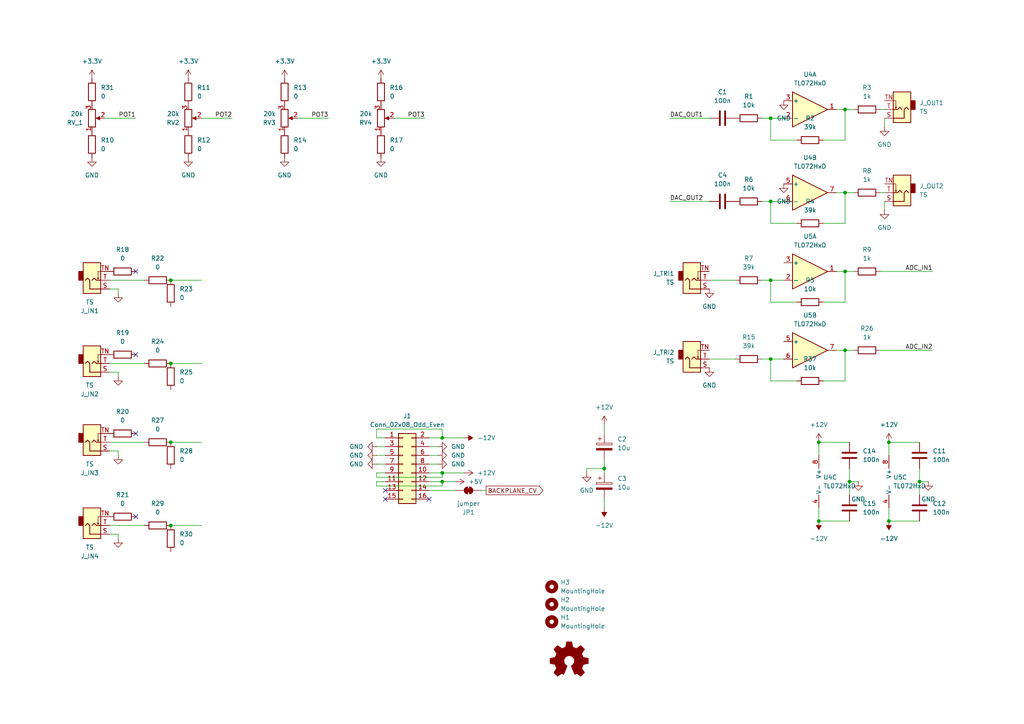
<source format=kicad_sch>
(kicad_sch (version 20250114) (generator "eeschema") (generator_version "9.0")
  (paper "A4")
  (title_block (title "12HP development board") (company "Jonas Norling"))
  (lib_symbols
    (symbol "Amplifier_Operational:TL072" (pin_names (offset 0.127))
      (property "Reference" "U" (at 0 5.08 0))
      (property "Value" "TL072" (at 0 -5.08 0))
      (symbol "TL072_1_1"
        (pin input line (at -7.62 2.54 0) (length 2.54) (name "+") (number "3"))
        (pin input line (at -7.62 -2.54 0) (length 2.54) (name "-") (number "2"))
        (pin output line (at 7.62 0 180) (length 2.54) (name "~") (number "1"))
      )
      (symbol "TL072_2_1"
        (pin input line (at -7.62 2.54 0) (length 2.54) (name "+") (number "5"))
        (pin input line (at -7.62 -2.54 0) (length 2.54) (name "-") (number "6"))
        (pin output line (at 7.62 0 180) (length 2.54) (name "~") (number "7"))
      )
      (symbol "TL072_3_1"
        (pin power_in line (at -2.54 7.62 270) (length 3.81) (name "V+") (number "8"))
        (pin power_in line (at -2.54 -7.62 90) (length 3.81) (name "V-") (number "4"))
      )
    )
    (symbol "Connector_Audio:AudioJack2_SwitchT"
      (property "Reference" "J" (at 0 8.89 0))
      (property "Value" "AudioJack2_SwitchT" (at 0 6.35 0))
      (symbol "AudioJack2_SwitchT_1_1"
        (pin passive line (at 5.08 2.54 180) (length 2.54) (name "~") (number "S"))
        (pin passive line (at 5.08 0 180) (length 2.54) (name "~") (number "T"))
        (pin passive line (at 5.08 -2.54 180) (length 2.54) (name "~") (number "TN"))
      )
    )
    (symbol "Connector_Generic:Conn_02x08_Odd_Even" (pin_names (offset 1.016) (hide yes))
      (property "Reference" "J" (at 1.27 10.16 0))
      (property "Value" "Conn_02x08_Odd_Even" (at 1.27 -12.7 0))
      (symbol "Conn_02x08_Odd_Even_1_1"
        (pin passive line (at -5.08 7.62 0) (length 3.81) (name "Pin_1") (number "1"))
        (pin passive line (at -5.08 5.08 0) (length 3.81) (name "Pin_3") (number "3"))
        (pin passive line (at -5.08 2.54 0) (length 3.81) (name "Pin_5") (number "5"))
        (pin passive line (at -5.08 0 0) (length 3.81) (name "Pin_7") (number "7"))
        (pin passive line (at -5.08 -2.54 0) (length 3.81) (name "Pin_9") (number "9"))
        (pin passive line (at -5.08 -5.08 0) (length 3.81) (name "Pin_11") (number "11"))
        (pin passive line (at -5.08 -7.62 0) (length 3.81) (name "Pin_13") (number "13"))
        (pin passive line (at -5.08 -10.16 0) (length 3.81) (name "Pin_15") (number "15"))
        (pin passive line (at 7.62 7.62 180) (length 3.81) (name "Pin_2") (number "2"))
        (pin passive line (at 7.62 5.08 180) (length 3.81) (name "Pin_4") (number "4"))
        (pin passive line (at 7.62 2.54 180) (length 3.81) (name "Pin_6") (number "6"))
        (pin passive line (at 7.62 0 180) (length 3.81) (name "Pin_8") (number "8"))
        (pin passive line (at 7.62 -2.54 180) (length 3.81) (name "Pin_10") (number "10"))
        (pin passive line (at 7.62 -5.08 180) (length 3.81) (name "Pin_12") (number "12"))
        (pin passive line (at 7.62 -7.62 180) (length 3.81) (name "Pin_14") (number "14"))
        (pin passive line (at 7.62 -10.16 180) (length 3.81) (name "Pin_16") (number "16"))
      )
    )
    (symbol "Device:C" (pin_numbers (hide yes)) (pin_names (offset 0.254))
      (property "Reference" "C" (at 0.635 2.54 0))
      (property "Value" "C" (at 0.635 -2.54 0))
      (symbol "C_1_1"
        (pin passive line (at 0 3.81 270) (length 2.794) (name "~") (number "1"))
        (pin passive line (at 0 -3.81 90) (length 2.794) (name "~") (number "2"))
      )
    )
    (symbol "Device:C_Polarized" (pin_numbers (hide yes)) (pin_names (offset 0.254))
      (property "Reference" "C" (at 0.635 2.54 0))
      (property "Value" "C_Polarized" (at 0.635 -2.54 0))
      (symbol "C_Polarized_1_1"
        (pin passive line (at 0 3.81 270) (length 2.794) (name "~") (number "1"))
        (pin passive line (at 0 -3.81 90) (length 2.794) (name "~") (number "2"))
      )
    )
    (symbol "Device:R" (pin_numbers (hide yes)) (pin_names (offset 0))
      (property "Reference" "R" (at 2.032 0 90))
      (property "Value" "R" (at 0 0 90))
      (symbol "R_1_1"
        (pin passive line (at 0 3.81 270) (length 1.27) (name "~") (number "1"))
        (pin passive line (at 0 -3.81 90) (length 1.27) (name "~") (number "2"))
      )
    )
    (symbol "Device:R_Potentiometer" (pin_names (offset 1.016) (hide yes))
      (property "Reference" "RV" (at -4.445 0 90))
      (property "Value" "R_Potentiometer" (at -2.54 0 90))
      (symbol "R_Potentiometer_1_1"
        (pin passive line (at 0 3.81 270) (length 1.27) (name "1") (number "1"))
        (pin passive line (at 0 -3.81 90) (length 1.27) (name "3") (number "3"))
        (pin passive line (at 3.81 0 180) (length 1.27) (name "2") (number "2"))
      )
    )
    (symbol "Graphic:Logo_Open_Hardware_Small" (in_bom no) (on_board no))
    (symbol "Jumper:SolderJumper_2_Bridged" (pin_numbers (hide yes)) (pin_names (offset 0) (hide yes)) (in_bom no)
      (property "Reference" "JP" (at 0 2.032 0))
      (property "Value" "SolderJumper_2_Bridged" (at 0 -2.54 0))
      (symbol "SolderJumper_2_Bridged_1_1"
        (pin passive line (at -3.81 0 0) (length 2.54) (name "A") (number "1"))
        (pin passive line (at 3.81 0 180) (length 2.54) (name "B") (number "2"))
      )
    )
    (symbol "Mechanical:MountingHole" (pin_names (offset 1.016)) (in_bom no)
      (property "Reference" "H" (at 0 5.08 0))
      (property "Value" "MountingHole" (at 0 3.175 0))
    )
    (symbol "power:+12V" (power) (pin_numbers (hide yes)) (pin_names (offset 0) (hide yes))
      (property "Value" "+12V" (at 0 3.556 0))
      (symbol "+12V_1_1"
        (pin power_in line (at 0 0 90) (length 0) (name "~") (number "1"))
      )
    )
    (symbol "power:+3.3V" (power) (pin_numbers (hide yes)) (pin_names (offset 0) (hide yes))
      (property "Value" "+3.3V" (at 0 3.556 0))
      (symbol "+3.3V_1_1"
        (pin power_in line (at 0 0 90) (length 0) (name "~") (number "1"))
      )
    )
    (symbol "power:+5V" (power) (pin_numbers (hide yes)) (pin_names (offset 0) (hide yes))
      (property "Value" "+5V" (at 0 3.556 0))
      (symbol "+5V_1_1"
        (pin power_in line (at 0 0 90) (length 0) (name "~") (number "1"))
      )
    )
    (symbol "power:-12V" (power) (pin_numbers (hide yes)) (pin_names (offset 0) (hide yes))
      (property "Value" "-12V" (at 0 3.556 0))
      (symbol "-12V_0_0"
        (pin power_in line (at 0 0 90) (length 0) (name "~") (number "1"))
      )
    )
    (symbol "power:GND" (power) (pin_numbers (hide yes)) (pin_names (offset 0) (hide yes))
      (property "Value" "GND" (at 0 -3.81 0))
      (symbol "GND_1_1"
        (pin power_in line (at 0 0 270) (length 0) (name "~") (number "1"))
      )
    )
  )
  (junction (at 49.53 81.28))
  (junction (at 49.53 128.27))
  (junction (at 266.7 139.7))
  (junction (at 246.38 139.7))
  (junction (at 49.53 105.41))
  (junction (at 128.27 127))
  (junction (at 245.11 78.74))
  (junction (at 245.11 31.75))
  (junction (at 49.53 152.4))
  (junction (at 175.26 135.89))
  (junction (at 128.27 137.16))
  (junction (at 257.81 128.27))
  (junction (at 223.52 58.42))
  (junction (at 257.81 151.13))
  (junction (at 245.11 101.6))
  (junction (at 128.27 139.7))
  (junction (at 245.11 55.88))
  (junction (at 223.52 81.28))
  (junction (at 223.52 104.14))
  (junction (at 237.49 151.13))
  (junction (at 223.52 34.29))
  (junction (at 237.49 128.27))
  (no_connect (at 39.37 149.86))
  (no_connect (at 111.76 144.78))
  (no_connect (at 111.76 142.24))
  (no_connect (at 39.37 102.87))
  (no_connect (at 124.46 144.78))
  (no_connect (at 39.37 78.74))
  (no_connect (at 39.37 125.73))
  (wire (pts (xy 238.76 64.77) (xy 245.11 64.77)))
  (wire (pts (xy 242.57 78.74) (xy 245.11 78.74)))
  (wire (pts (xy 111.76 132.08) (xy 109.22 132.08)))
  (wire (pts (xy 49.53 81.28) (xy 58.42 81.28)))
  (wire (pts (xy 242.57 101.6) (xy 245.11 101.6)))
  (wire (pts (xy 238.76 87.63) (xy 245.11 87.63)))
  (wire (pts (xy 111.76 134.62) (xy 109.22 134.62)))
  (wire (pts (xy 246.38 139.7) (xy 248.92 139.7)))
  (wire (pts (xy 255.27 101.6) (xy 270.51 101.6)))
  (wire (pts (xy 34.29 83.82) (xy 34.29 85.09)))
  (wire (pts (xy 31.75 105.41) (xy 41.91 105.41)))
  (wire (pts (xy 255.27 55.88) (xy 256.54 55.88)))
  (wire (pts (xy 231.14 64.77) (xy 223.52 64.77)))
  (wire (pts (xy 124.46 142.24) (xy 132.08 142.24)))
  (wire (pts (xy 124.46 139.7) (xy 128.27 139.7)))
  (wire (pts (xy 31.75 130.81) (xy 34.29 130.81)))
  (wire (pts (xy 34.29 154.94) (xy 34.29 156.21)))
  (wire (pts (xy 31.75 152.4) (xy 41.91 152.4)))
  (wire (pts (xy 223.52 87.63) (xy 223.52 81.28)))
  (wire (pts (xy 31.75 83.82) (xy 34.29 83.82)))
  (wire (pts (xy 175.26 123.19) (xy 175.26 125.73)))
  (wire (pts (xy 124.46 134.62) (xy 127 134.62)))
  (wire (pts (xy 109.22 140.97) (xy 128.27 140.97)))
  (wire (pts (xy 128.27 124.46) (xy 128.27 127)))
  (wire (pts (xy 223.52 104.14) (xy 223.52 110.49)))
  (wire (pts (xy 220.98 58.42) (xy 223.52 58.42)))
  (wire (pts (xy 245.11 87.63) (xy 245.11 78.74)))
  (wire (pts (xy 257.81 147.32) (xy 257.81 151.13)))
  (wire (pts (xy 31.75 128.27) (xy 41.91 128.27)))
  (wire (pts (xy 223.52 58.42) (xy 227.33 58.42)))
  (wire (pts (xy 220.98 34.29) (xy 223.52 34.29)))
  (wire (pts (xy 255.27 31.75) (xy 256.54 31.75)))
  (wire (pts (xy 238.76 40.64) (xy 245.11 40.64)))
  (wire (pts (xy 124.46 137.16) (xy 128.27 137.16)))
  (wire (pts (xy 205.74 81.28) (xy 213.36 81.28)))
  (wire (pts (xy 257.81 151.13) (xy 266.7 151.13)))
  (wire (pts (xy 109.22 137.16) (xy 109.22 138.43)))
  (wire (pts (xy 242.57 55.88) (xy 245.11 55.88)))
  (wire (pts (xy 223.52 81.28) (xy 227.33 81.28)))
  (wire (pts (xy 220.98 81.28) (xy 223.52 81.28)))
  (wire (pts (xy 256.54 58.42) (xy 256.54 60.96)))
  (wire (pts (xy 34.29 130.81) (xy 34.29 132.08)))
  (wire (pts (xy 266.7 139.7) (xy 269.24 139.7)))
  (wire (pts (xy 246.38 135.89) (xy 246.38 139.7)))
  (wire (pts (xy 124.46 129.54) (xy 127 129.54)))
  (wire (pts (xy 223.52 34.29) (xy 227.33 34.29)))
  (wire (pts (xy 205.74 104.14) (xy 213.36 104.14)))
  (wire (pts (xy 246.38 139.7) (xy 246.38 143.51)))
  (wire (pts (xy 257.81 128.27) (xy 257.81 132.08)))
  (wire (pts (xy 245.11 110.49) (xy 245.11 101.6)))
  (wire (pts (xy 175.26 144.78) (xy 175.26 147.32)))
  (wire (pts (xy 237.49 128.27) (xy 237.49 132.08)))
  (wire (pts (xy 170.18 135.89) (xy 175.26 135.89)))
  (wire (pts (xy 194.31 34.29) (xy 205.74 34.29)))
  (wire (pts (xy 223.52 110.49) (xy 231.14 110.49)))
  (wire (pts (xy 128.27 138.43) (xy 128.27 137.16)))
  (wire (pts (xy 223.52 64.77) (xy 223.52 58.42)))
  (wire (pts (xy 30.48 34.29) (xy 39.37 34.29)))
  (wire (pts (xy 231.14 87.63) (xy 223.52 87.63)))
  (wire (pts (xy 58.42 34.29) (xy 67.31 34.29)))
  (wire (pts (xy 124.46 127) (xy 128.27 127)))
  (wire (pts (xy 245.11 31.75) (xy 242.57 31.75)))
  (wire (pts (xy 128.27 139.7) (xy 132.08 139.7)))
  (wire (pts (xy 223.52 40.64) (xy 223.52 34.29)))
  (wire (pts (xy 109.22 139.7) (xy 111.76 139.7)))
  (wire (pts (xy 245.11 101.6) (xy 247.65 101.6)))
  (wire (pts (xy 245.11 78.74) (xy 247.65 78.74)))
  (wire (pts (xy 175.26 133.35) (xy 175.26 135.89)))
  (wire (pts (xy 223.52 104.14) (xy 227.33 104.14)))
  (wire (pts (xy 255.27 78.74) (xy 270.51 78.74)))
  (wire (pts (xy 237.49 128.27) (xy 246.38 128.27)))
  (wire (pts (xy 86.36 34.29) (xy 95.25 34.29)))
  (wire (pts (xy 128.27 137.16) (xy 134.62 137.16)))
  (wire (pts (xy 257.81 128.27) (xy 266.7 128.27)))
  (wire (pts (xy 124.46 132.08) (xy 127 132.08)))
  (wire (pts (xy 31.75 81.28) (xy 41.91 81.28)))
  (wire (pts (xy 237.49 151.13) (xy 246.38 151.13)))
  (wire (pts (xy 231.14 40.64) (xy 223.52 40.64)))
  (wire (pts (xy 139.7 142.24) (xy 140.97 142.24)))
  (wire (pts (xy 245.11 31.75) (xy 247.65 31.75)))
  (wire (pts (xy 109.22 138.43) (xy 128.27 138.43)))
  (wire (pts (xy 49.53 128.27) (xy 58.42 128.27)))
  (wire (pts (xy 175.26 135.89) (xy 175.26 137.16)))
  (wire (pts (xy 109.22 139.7) (xy 109.22 140.97)))
  (wire (pts (xy 111.76 137.16) (xy 109.22 137.16)))
  (wire (pts (xy 109.22 127) (xy 109.22 124.46)))
  (wire (pts (xy 49.53 152.4) (xy 58.42 152.4)))
  (wire (pts (xy 49.53 105.41) (xy 58.42 105.41)))
  (wire (pts (xy 170.18 137.16) (xy 170.18 135.89)))
  (wire (pts (xy 238.76 110.49) (xy 245.11 110.49)))
  (wire (pts (xy 266.7 139.7) (xy 266.7 143.51)))
  (wire (pts (xy 256.54 34.29) (xy 256.54 36.83)))
  (wire (pts (xy 114.3 34.29) (xy 123.19 34.29)))
  (wire (pts (xy 237.49 147.32) (xy 237.49 151.13)))
  (wire (pts (xy 31.75 154.94) (xy 34.29 154.94)))
  (wire (pts (xy 220.98 104.14) (xy 223.52 104.14)))
  (wire (pts (xy 245.11 55.88) (xy 247.65 55.88)))
  (wire (pts (xy 128.27 140.97) (xy 128.27 139.7)))
  (wire (pts (xy 109.22 124.46) (xy 128.27 124.46)))
  (wire (pts (xy 128.27 127) (xy 134.62 127)))
  (wire (pts (xy 34.29 107.95) (xy 34.29 109.22)))
  (wire (pts (xy 266.7 135.89) (xy 266.7 139.7)))
  (wire (pts (xy 111.76 129.54) (xy 109.22 129.54)))
  (wire (pts (xy 109.22 127) (xy 111.76 127)))
  (wire (pts (xy 31.75 107.95) (xy 34.29 107.95)))
  (wire (pts (xy 245.11 64.77) (xy 245.11 55.88)))
  (wire (pts (xy 194.31 58.42) (xy 205.74 58.42)))
  (wire (pts (xy 245.11 40.64) (xy 245.11 31.75)))
  (label "ADC_IN2" (at 270.51 101.6 180))
  (label "POT3" (at 95.25 34.29 180))
  (label "POT1" (at 39.37 34.29 180))
  (label "ADC_IN1" (at 270.51 78.74 180))
  (label "DAC_OUT2" (at 194.31 58.42 0))
  (label "DAC_OUT1" (at 194.31 34.29 0))
  (label "POT3" (at 123.19 34.29 180))
  (label "POT2" (at 67.31 34.29 180))
  (global_label "BACKPLANE_CV" (shape output) (at 140.97 142.24 0) (property "Intersheetrefs" "${INTERSHEET_REFS}" (effects (hide yes))))
  (symbol (lib_id "power:-12V") (at 237.49 151.13 180) (unit 1)
    (property "Reference" "#PWR053" (effects (hide yes)))
    (property "Value" "-12V" (at 237.49 156.21 0))
    (property "Description" "Power symbol creates a global label with name \"-12V\"" (effects (hide yes)))
  )
  (symbol (lib_id "Amplifier_Operational:TL072") (at 234.95 78.74 0) (unit 1)
    (property "Reference" "U5" (at 234.95 68.58 0))
    (property "Value" "TL072HxD" (at 234.95 71.12 0))
    (property "Footprint" "Package_SO:SOIC-8_3.9x4.9mm_P1.27mm" (effects (hide yes)))
    (property "Datasheet" "http://www.ti.com/lit/ds/symlink/tl071.pdf" (effects (hide yes)))
    (property "Description" "Dual Low-Noise JFET-Input Operational Amplifiers, DIP-8/SOIC-8" (effects (hide yes)))
  )
  (symbol (lib_id "Device:C_Polarized") (at 175.26 140.97 0) (unit 1)
    (property "Reference" "C3" (at 179.07 138.8109 0) (effects (justify left)))
    (property "Value" "10u" (at 179.07 141.3509 0) (effects (justify left)))
    (property "Footprint" "Capacitor_THT:CP_Radial_D5.0mm_P2.50mm" (effects (hide yes)))
    (property "Description" "Polarized capacitor" (effects (hide yes)))
  )
  (symbol (lib_id "Device:C") (at 209.55 34.29 90) (unit 1)
    (property "Reference" "C1" (at 209.55 26.67 90))
    (property "Value" "100n" (at 209.55 29.21 90))
    (property "Footprint" "Capacitor_SMD:C_0805_2012Metric_Pad1.18x1.45mm_HandSolder" (effects (hide yes)))
    (property "Description" "Unpolarized capacitor" (effects (hide yes)))
  )
  (symbol (lib_id "power:+12V") (at 237.49 128.27 0) (unit 1)
    (property "Reference" "#PWR024" (effects (hide yes)))
    (property "Value" "+12V" (at 237.49 123.19 0))
    (property "Description" "Power symbol creates a global label with name \"+12V\"" (effects (hide yes)))
  )
  (symbol (lib_id "power:GND") (at 34.29 85.09 0) (unit 1)
    (property "Reference" "#PWR033" (effects (hide yes)))
    (property "Value" "GND" (effects (hide yes)))
    (property "Description" "Power symbol creates a global label with name \"GND\" , ground" (effects (hide yes)))
  )
  (symbol (lib_id "power:-12V") (at 175.26 147.32 180) (unit 1)
    (property "Reference" "#PWR016" (effects (hide yes)))
    (property "Value" "-12V" (at 175.26 152.4 0))
    (property "Description" "Power symbol creates a global label with name \"-12V\"" (effects (hide yes)))
  )
  (symbol (lib_id "Device:R") (at 26.67 26.67 180) (unit 1)
    (property "Reference" "R31" (at 29.21 25.3999 0) (effects (justify right)))
    (property "Value" "0" (at 29.21 27.9399 0) (effects (justify right)))
    (property "Footprint" "Resistor_SMD:R_0603_1608Metric_Pad0.98x0.95mm_HandSolder" (effects (hide yes)))
    (property "Description" "Resistor" (effects (hide yes)))
  )
  (symbol (lib_id "Device:R") (at 54.61 41.91 180) (unit 1)
    (property "Reference" "R12" (at 57.15 40.6399 0) (effects (justify right)))
    (property "Value" "0" (at 57.15 43.1799 0) (effects (justify right)))
    (property "Footprint" "Resistor_SMD:R_0603_1608Metric_Pad0.98x0.95mm_HandSolder" (effects (hide yes)))
    (property "Description" "Resistor" (effects (hide yes)))
  )
  (symbol (lib_id "Connector_Audio:AudioJack2_SwitchT") (at 26.67 81.28 0) (mirror x) (unit 1)
    (property "Reference" "J_IN1" (at 26.035 90.17 0))
    (property "Value" "TS" (at 26.035 87.63 0))
    (property "Footprint" "Connector_Audio:Jack_3.5mm_QingPu_WQP-PJ398SM_Vertical_CircularHoles" (effects (hide yes)))
    (property "Description" "Audio Jack, 2 Poles (Mono / TS), Switched T Pole (Normalling)" (effects (hide yes)))
  )
  (symbol (lib_id "Amplifier_Operational:TL072") (at 234.95 55.88 0) (unit 2)
    (property "Reference" "U4" (at 234.95 45.72 0))
    (property "Value" "TL072HxD" (at 234.95 48.26 0))
    (property "Footprint" "Package_SO:SOIC-8_3.9x4.9mm_P1.27mm" (effects (hide yes)))
    (property "Datasheet" "http://www.ti.com/lit/ds/symlink/tl071.pdf" (effects (hide yes)))
    (property "Description" "Dual Low-Noise JFET-Input Operational Amplifiers, DIP-8/SOIC-8" (effects (hide yes)))
  )
  (symbol (lib_id "Amplifier_Operational:TL072") (at 240.03 139.7 0) (unit 3)
    (property "Reference" "U4" (at 238.76 138.4299 0) (effects (justify left)))
    (property "Value" "TL072HxD" (at 238.76 140.9699 0) (effects (justify left)))
    (property "Footprint" "Package_SO:SOIC-8_3.9x4.9mm_P1.27mm" (effects (hide yes)))
    (property "Datasheet" "http://www.ti.com/lit/ds/symlink/tl071.pdf" (effects (hide yes)))
    (property "Description" "Dual Low-Noise JFET-Input Operational Amplifiers, DIP-8/SOIC-8" (effects (hide yes)))
  )
  (symbol (lib_id "power:+5V") (at 132.08 139.7 270) (unit 1)
    (property "Reference" "#PWR012" (effects (hide yes)))
    (property "Value" "+5V" (at 135.89 139.6999 90) (effects (justify left)))
    (property "Description" "Power symbol creates a global label with name \"+5V\"" (effects (hide yes)))
  )
  (symbol (lib_id "power:GND") (at 127 132.08 90) (unit 1)
    (property "Reference" "#PWR04" (effects (hide yes)))
    (property "Value" "GND" (at 130.81 132.0799 90) (effects (justify right)))
    (property "Description" "Power symbol creates a global label with name \"GND\" , ground" (effects (hide yes)))
  )
  (symbol (lib_id "power:GND") (at 227.33 53.34 0) (unit 1)
    (property "Reference" "#PWR01" (effects (hide yes)))
    (property "Value" "GND" (at 227.33 58.42 0))
    (property "Description" "Power symbol creates a global label with name \"GND\" , ground" (effects (hide yes)))
  )
  (symbol (lib_id "Device:R_Potentiometer") (at 110.49 34.29 0) (mirror x) (unit 1)
    (property "Reference" "RV4" (at 107.95 35.5601 0) (effects (justify right)))
    (property "Value" "20k" (at 107.95 33.0201 0) (effects (justify right)))
    (property "Footprint" "Pot:RV9012NO" (effects (hide yes)))
    (property "Description" "Potentiometer" (effects (hide yes)))
  )
  (symbol (lib_id "power:+3.3V") (at 26.67 22.86 0) (unit 1)
    (property "Reference" "#PWR017" (effects (hide yes)))
    (property "Value" "+3.3V" (at 26.67 17.78 0))
    (property "Description" "Power symbol creates a global label with name \"+3.3V\"" (effects (hide yes)))
  )
  (symbol (lib_id "Connector_Audio:AudioJack2_SwitchT") (at 200.66 81.28 0) (mirror x) (unit 1)
    (property "Reference" "J_TRI1" (at 195.58 79.3749 0) (effects (justify right)))
    (property "Value" "TS" (at 195.58 81.9149 0) (effects (justify right)))
    (property "Footprint" "Connector_Audio:Jack_3.5mm_QingPu_WQP-PJ398SM_Vertical_CircularHoles" (effects (hide yes)))
    (property "Description" "Audio Jack, 2 Poles (Mono / TS), Switched T Pole (Normalling)" (effects (hide yes)))
  )
  (symbol (lib_id "power:GND") (at 269.24 139.7 0) (unit 1)
    (property "Reference" "#PWR052" (effects (hide yes)))
    (property "Value" "GND" (at 269.24 144.78 0))
    (property "Description" "Power symbol creates a global label with name \"GND\" , ground" (effects (hide yes)))
  )
  (symbol (lib_id "Device:R") (at 234.95 64.77 270) (unit 1)
    (property "Reference" "R4" (at 234.95 58.42 90))
    (property "Value" "39k" (at 234.95 60.96 90))
    (property "Footprint" "Resistor_SMD:R_0603_1608Metric_Pad0.98x0.95mm_HandSolder" (effects (hide yes)))
    (property "Description" "Resistor" (effects (hide yes)))
  )
  (symbol (lib_id "Device:R") (at 35.56 102.87 270) (unit 1)
    (property "Reference" "R19" (at 35.56 96.52 90))
    (property "Value" "0" (at 35.56 99.06 90))
    (property "Footprint" "Resistor_SMD:R_0603_1608Metric_Pad0.98x0.95mm_HandSolder" (effects (hide yes)))
    (property "Description" "Resistor" (effects (hide yes)))
  )
  (symbol (lib_id "Graphic:Logo_Open_Hardware_Small") (at 165.1 191.77 0) (unit 1) (exclude_from_sim yes) (in_bom no) (on_board no)
    (property "Reference" "#SYM1" (effects (hide yes)))
    (property "Value" "Logo_Open_Hardware_Small" (effects (hide yes)))
    (property "Footprint" "Symbol:OSHW-Logo2_7.3x6mm_SilkScreen" (effects (hide yes)))
    (property "Description" "Open Hardware logo, small" (effects (hide yes)))
  )
  (symbol (lib_id "Device:R_Potentiometer") (at 82.55 34.29 0) (mirror x) (unit 1)
    (property "Reference" "RV3" (at 80.01 35.5601 0) (effects (justify right)))
    (property "Value" "20k" (at 80.01 33.0201 0) (effects (justify right)))
    (property "Footprint" "Pot:RV9012NO" (effects (hide yes)))
    (property "Description" "Potentiometer" (effects (hide yes)))
  )
  (symbol (lib_id "power:GND") (at 205.74 83.82 0) (unit 1)
    (property "Reference" "#PWR011" (effects (hide yes)))
    (property "Value" "GND" (at 205.74 88.9 0))
    (property "Description" "Power symbol creates a global label with name \"GND\" , ground" (effects (hide yes)))
  )
  (symbol (lib_id "power:-12V") (at 134.62 127 270) (unit 1)
    (property "Reference" "#PWR02" (effects (hide yes)))
    (property "Value" "-12V" (at 138.43 126.9999 90) (effects (justify left)))
    (property "Description" "Power symbol creates a global label with name \"-12V\"" (effects (hide yes)))
  )
  (symbol (lib_id "power:GND") (at 54.61 45.72 0) (unit 1)
    (property "Reference" "#PWR019" (effects (hide yes)))
    (property "Value" "GND" (at 54.61 50.8 0))
    (property "Description" "Power symbol creates a global label with name \"GND\" , ground" (effects (hide yes)))
  )
  (symbol (lib_id "power:GND") (at 248.92 139.7 0) (unit 1)
    (property "Reference" "#PWR054" (effects (hide yes)))
    (property "Value" "GND" (at 248.92 144.78 0))
    (property "Description" "Power symbol creates a global label with name \"GND\" , ground" (effects (hide yes)))
  )
  (symbol (lib_id "Device:R") (at 251.46 31.75 270) (unit 1)
    (property "Reference" "R3" (at 251.46 25.4 90))
    (property "Value" "1k" (at 251.46 27.94 90))
    (property "Footprint" "Resistor_SMD:R_0603_1608Metric_Pad0.98x0.95mm_HandSolder" (effects (hide yes)))
    (property "Description" "Resistor" (effects (hide yes)))
  )
  (symbol (lib_id "power:GND") (at 82.55 45.72 0) (unit 1)
    (property "Reference" "#PWR021" (effects (hide yes)))
    (property "Value" "GND" (at 82.55 50.8 0))
    (property "Description" "Power symbol creates a global label with name \"GND\" , ground" (effects (hide yes)))
  )
  (symbol (lib_id "Device:R") (at 251.46 78.74 270) (unit 1)
    (property "Reference" "R9" (at 251.46 72.39 90))
    (property "Value" "1k" (at 251.46 74.93 90))
    (property "Footprint" "Resistor_SMD:R_0603_1608Metric_Pad0.98x0.95mm_HandSolder" (effects (hide yes)))
    (property "Description" "Resistor" (effects (hide yes)))
  )
  (symbol (lib_id "power:+12V") (at 257.81 128.27 0) (unit 1)
    (property "Reference" "#PWR051" (effects (hide yes)))
    (property "Value" "+12V" (at 257.81 123.19 0))
    (property "Description" "Power symbol creates a global label with name \"+12V\"" (effects (hide yes)))
  )
  (symbol (lib_id "power:-12V") (at 257.81 151.13 180) (unit 1)
    (property "Reference" "#PWR050" (effects (hide yes)))
    (property "Value" "-12V" (at 257.81 156.21 0))
    (property "Description" "Power symbol creates a global label with name \"-12V\"" (effects (hide yes)))
  )
  (symbol (lib_id "power:GND") (at 34.29 132.08 0) (unit 1)
    (property "Reference" "#PWR028" (effects (hide yes)))
    (property "Value" "GND" (effects (hide yes)))
    (property "Description" "Power symbol creates a global label with name \"GND\" , ground" (effects (hide yes)))
  )
  (symbol (lib_id "Connector_Audio:AudioJack2_SwitchT") (at 26.67 152.4 0) (mirror x) (unit 1)
    (property "Reference" "J_IN4" (at 26.035 161.29 0))
    (property "Value" "TS" (at 26.035 158.75 0))
    (property "Footprint" "Connector_Audio:Jack_3.5mm_QingPu_WQP-PJ398SM_Vertical_CircularHoles" (effects (hide yes)))
    (property "Description" "Audio Jack, 2 Poles (Mono / TS), Switched T Pole (Normalling)" (effects (hide yes)))
  )
  (symbol (lib_id "Amplifier_Operational:TL072") (at 234.95 31.75 0) (unit 1)
    (property "Reference" "U4" (at 234.95 21.59 0))
    (property "Value" "TL072HxD" (at 234.95 24.13 0))
    (property "Footprint" "Package_SO:SOIC-8_3.9x4.9mm_P1.27mm" (effects (hide yes)))
    (property "Datasheet" "http://www.ti.com/lit/ds/symlink/tl071.pdf" (effects (hide yes)))
    (property "Description" "Dual Low-Noise JFET-Input Operational Amplifiers, DIP-8/SOIC-8" (effects (hide yes)))
  )
  (symbol (lib_id "Device:R_Potentiometer") (at 54.61 34.29 0) (mirror x) (unit 1)
    (property "Reference" "RV2" (at 52.07 35.5601 0) (effects (justify right)))
    (property "Value" "20k" (at 52.07 33.0201 0) (effects (justify right)))
    (property "Footprint" "Pot:RV9012NO" (effects (hide yes)))
    (property "Description" "Potentiometer" (effects (hide yes)))
  )
  (symbol (lib_id "Device:R") (at 110.49 26.67 180) (unit 1)
    (property "Reference" "R16" (at 113.03 25.3999 0) (effects (justify right)))
    (property "Value" "0" (at 113.03 27.9399 0) (effects (justify right)))
    (property "Footprint" "Resistor_SMD:R_0603_1608Metric_Pad0.98x0.95mm_HandSolder" (effects (hide yes)))
    (property "Description" "Resistor" (effects (hide yes)))
  )
  (symbol (lib_id "Device:R") (at 217.17 81.28 270) (unit 1)
    (property "Reference" "R7" (at 217.17 74.93 90))
    (property "Value" "39k" (at 217.17 77.47 90))
    (property "Footprint" "Resistor_SMD:R_0603_1608Metric_Pad0.98x0.95mm_HandSolder" (effects (hide yes)))
    (property "Description" "Resistor" (effects (hide yes)))
  )
  (symbol (lib_id "Device:R") (at 234.95 87.63 270) (unit 1)
    (property "Reference" "R5" (at 234.95 81.28 90))
    (property "Value" "10k" (at 234.95 83.82 90))
    (property "Footprint" "Resistor_SMD:R_0603_1608Metric_Pad0.98x0.95mm_HandSolder" (effects (hide yes)))
    (property "Description" "Resistor" (effects (hide yes)))
  )
  (symbol (lib_id "Device:R") (at 35.56 78.74 270) (unit 1)
    (property "Reference" "R18" (at 35.56 72.39 90))
    (property "Value" "0" (at 35.56 74.93 90))
    (property "Footprint" "Resistor_SMD:R_0603_1608Metric_Pad0.98x0.95mm_HandSolder" (effects (hide yes)))
    (property "Description" "Resistor" (effects (hide yes)))
  )
  (symbol (lib_id "power:GND") (at 34.29 109.22 0) (unit 1)
    (property "Reference" "#PWR025" (effects (hide yes)))
    (property "Value" "GND" (effects (hide yes)))
    (property "Description" "Power symbol creates a global label with name \"GND\" , ground" (effects (hide yes)))
  )
  (symbol (lib_id "Device:R") (at 45.72 152.4 270) (unit 1)
    (property "Reference" "R29" (at 45.72 146.05 90))
    (property "Value" "0" (at 45.72 148.59 90))
    (property "Footprint" "Resistor_SMD:R_0603_1608Metric_Pad0.98x0.95mm_HandSolder" (effects (hide yes)))
    (property "Description" "Resistor" (effects (hide yes)))
  )
  (symbol (lib_id "Connector_Generic:Conn_02x08_Odd_Even") (at 116.84 134.62 0) (unit 1)
    (property "Reference" "J1" (at 118.11 120.65 0))
    (property "Value" "Conn_02x08_Odd_Even" (at 118.11 123.19 0))
    (property "Footprint" "Eurorack:IDC-Header_2x08_P2.54mm_Vertical" (effects (hide yes)))
    (property "Description" "Generic connector, double row, 02x08, odd/even pin numbering scheme (row 1 odd numbers, row 2 even numbers), script generated (kicad-library-utils/schlib/autogen/connector/)" (effects (hide yes)))
  )
  (symbol (lib_id "Device:R") (at 82.55 41.91 180) (unit 1)
    (property "Reference" "R14" (at 85.09 40.6399 0) (effects (justify right)))
    (property "Value" "0" (at 85.09 43.1799 0) (effects (justify right)))
    (property "Footprint" "Resistor_SMD:R_0603_1608Metric_Pad0.98x0.95mm_HandSolder" (effects (hide yes)))
    (property "Description" "Resistor" (effects (hide yes)))
  )
  (symbol (lib_id "Device:R") (at 49.53 85.09 0) (unit 1)
    (property "Reference" "R23" (at 52.07 83.8199 0) (effects (justify left)))
    (property "Value" "0" (at 52.07 86.3599 0) (effects (justify left)))
    (property "Footprint" "Resistor_SMD:R_0603_1608Metric_Pad0.98x0.95mm_HandSolder" (effects (hide yes)))
    (property "Description" "Resistor" (effects (hide yes)))
  )
  (symbol (lib_id "power:+12V") (at 175.26 123.19 0) (unit 1)
    (property "Reference" "#PWR013" (effects (hide yes)))
    (property "Value" "+12V" (at 175.26 118.11 0))
    (property "Description" "Power symbol creates a global label with name \"+12V\"" (effects (hide yes)))
  )
  (symbol (lib_id "Device:C") (at 266.7 147.32 0) (unit 1)
    (property "Reference" "C12" (at 270.51 146.0499 0) (effects (justify left)))
    (property "Value" "100n" (at 270.51 148.5899 0) (effects (justify left)))
    (property "Footprint" "Capacitor_SMD:C_0603_1608Metric_Pad1.08x0.95mm_HandSolder" (effects (hide yes)))
    (property "Description" "Unpolarized capacitor" (effects (hide yes)))
  )
  (symbol (lib_id "Mechanical:MountingHole") (at 160.02 180.34 0) (unit 1) (in_bom no)
    (property "Reference" "H1" (at 162.56 179.0699 0) (effects (justify left)))
    (property "Value" "MountingHole" (at 162.56 181.6099 0) (effects (justify left)))
    (property "Footprint" "Holes:MountingHole_3.2mm_M3_Pad" (effects (hide yes)))
    (property "Description" "Mounting Hole without connection" (effects (hide yes)))
  )
  (symbol (lib_id "power:+3.3V") (at 82.55 22.86 0) (unit 1)
    (property "Reference" "#PWR020" (effects (hide yes)))
    (property "Value" "+3.3V" (at 82.55 17.78 0))
    (property "Description" "Power symbol creates a global label with name \"+3.3V\"" (effects (hide yes)))
  )
  (symbol (lib_id "Amplifier_Operational:TL072") (at 234.95 101.6 0) (unit 2)
    (property "Reference" "U5" (at 234.95 91.44 0))
    (property "Value" "TL072HxD" (at 234.95 93.98 0))
    (property "Footprint" "Package_SO:SOIC-8_3.9x4.9mm_P1.27mm" (effects (hide yes)))
    (property "Datasheet" "http://www.ti.com/lit/ds/symlink/tl071.pdf" (effects (hide yes)))
    (property "Description" "Dual Low-Noise JFET-Input Operational Amplifiers, DIP-8/SOIC-8" (effects (hide yes)))
  )
  (symbol (lib_id "power:GND") (at 34.29 156.21 0) (unit 1)
    (property "Reference" "#PWR029" (effects (hide yes)))
    (property "Value" "GND" (effects (hide yes)))
    (property "Description" "Power symbol creates a global label with name \"GND\" , ground" (effects (hide yes)))
  )
  (symbol (lib_id "Jumper:SolderJumper_2_Bridged") (at 135.89 142.24 0) (unit 1) (in_bom no)
    (property "Reference" "JP1" (at 135.89 148.59 0))
    (property "Value" "jumper" (at 135.89 146.05 0))
    (property "Footprint" "Jumper:SolderJumper-2_P1.3mm_Bridged2Bar_Pad1.0x1.5mm" (effects (hide yes)))
    (property "Description" "Solder Jumper, 2-pole, closed/bridged" (effects (hide yes)))
  )
  (symbol (lib_id "Device:C") (at 246.38 132.08 0) (unit 1)
    (property "Reference" "C14" (at 250.19 130.8099 0) (effects (justify left)))
    (property "Value" "100n" (at 250.19 133.3499 0) (effects (justify left)))
    (property "Footprint" "Capacitor_SMD:C_0603_1608Metric_Pad1.08x0.95mm_HandSolder" (effects (hide yes)))
    (property "Description" "Unpolarized capacitor" (effects (hide yes)))
  )
  (symbol (lib_id "Device:R") (at 217.17 104.14 270) (unit 1)
    (property "Reference" "R15" (at 217.17 97.79 90))
    (property "Value" "39k" (at 217.17 100.33 90))
    (property "Footprint" "Resistor_SMD:R_0603_1608Metric_Pad0.98x0.95mm_HandSolder" (effects (hide yes)))
    (property "Description" "Resistor" (effects (hide yes)))
  )
  (symbol (lib_id "Amplifier_Operational:TL072") (at 260.35 139.7 0) (unit 3)
    (property "Reference" "U5" (at 259.08 138.4299 0) (effects (justify left)))
    (property "Value" "TL072HxD" (at 259.08 140.9699 0) (effects (justify left)))
    (property "Footprint" "Package_SO:SOIC-8_3.9x4.9mm_P1.27mm" (effects (hide yes)))
    (property "Datasheet" "http://www.ti.com/lit/ds/symlink/tl071.pdf" (effects (hide yes)))
    (property "Description" "Dual Low-Noise JFET-Input Operational Amplifiers, DIP-8/SOIC-8" (effects (hide yes)))
  )
  (symbol (lib_id "power:GND") (at 26.67 45.72 0) (unit 1)
    (property "Reference" "#PWR037" (effects (hide yes)))
    (property "Value" "GND" (at 26.67 50.8 0))
    (property "Description" "Power symbol creates a global label with name \"GND\" , ground" (effects (hide yes)))
  )
  (symbol (lib_id "power:GND") (at 109.22 129.54 270) (unit 1)
    (property "Reference" "#PWR06" (effects (hide yes)))
    (property "Value" "GND" (at 105.41 129.5401 90) (effects (justify right)))
    (property "Description" "Power symbol creates a global label with name \"GND\" , ground" (effects (hide yes)))
  )
  (symbol (lib_id "power:+3.3V") (at 54.61 22.86 0) (unit 1)
    (property "Reference" "#PWR018" (effects (hide yes)))
    (property "Value" "+3.3V" (at 54.61 17.78 0))
    (property "Description" "Power symbol creates a global label with name \"+3.3V\"" (effects (hide yes)))
  )
  (symbol (lib_id "Device:R") (at 49.53 132.08 0) (unit 1)
    (property "Reference" "R28" (at 52.07 130.8099 0) (effects (justify left)))
    (property "Value" "0" (at 52.07 133.3499 0) (effects (justify left)))
    (property "Footprint" "Resistor_SMD:R_0603_1608Metric_Pad0.98x0.95mm_HandSolder" (effects (hide yes)))
    (property "Description" "Resistor" (effects (hide yes)))
  )
  (symbol (lib_id "Device:R") (at 45.72 81.28 270) (unit 1)
    (property "Reference" "R22" (at 45.72 74.93 90))
    (property "Value" "0" (at 45.72 77.47 90))
    (property "Footprint" "Resistor_SMD:R_0603_1608Metric_Pad0.98x0.95mm_HandSolder" (effects (hide yes)))
    (property "Description" "Resistor" (effects (hide yes)))
  )
  (symbol (lib_id "power:GND") (at 170.18 137.16 0) (unit 1)
    (property "Reference" "#PWR015" (effects (hide yes)))
    (property "Value" "GND" (at 170.18 142.24 0))
    (property "Description" "Power symbol creates a global label with name \"GND\" , ground" (effects (hide yes)))
  )
  (symbol (lib_id "Device:C_Polarized") (at 175.26 129.54 0) (unit 1)
    (property "Reference" "C2" (at 179.07 127.3809 0) (effects (justify left)))
    (property "Value" "10u" (at 179.07 129.9209 0) (effects (justify left)))
    (property "Footprint" "Capacitor_THT:CP_Radial_D5.0mm_P2.50mm" (effects (hide yes)))
    (property "Description" "Polarized capacitor" (effects (hide yes)))
  )
  (symbol (lib_id "power:GND") (at 256.54 36.83 0) (unit 1)
    (property "Reference" "#PWR027" (effects (hide yes)))
    (property "Value" "GND" (at 256.54 41.91 0))
    (property "Description" "Power symbol creates a global label with name \"GND\" , ground" (effects (hide yes)))
  )
  (symbol (lib_id "Device:C") (at 266.7 132.08 0) (unit 1)
    (property "Reference" "C11" (at 270.51 130.8099 0) (effects (justify left)))
    (property "Value" "100n" (at 270.51 133.3499 0) (effects (justify left)))
    (property "Footprint" "Capacitor_SMD:C_0603_1608Metric_Pad1.08x0.95mm_HandSolder" (effects (hide yes)))
    (property "Description" "Unpolarized capacitor" (effects (hide yes)))
  )
  (symbol (lib_id "Device:R") (at 217.17 58.42 270) (unit 1)
    (property "Reference" "R6" (at 217.17 52.07 90))
    (property "Value" "10k" (at 217.17 54.61 90))
    (property "Footprint" "Resistor_SMD:R_0603_1608Metric_Pad0.98x0.95mm_HandSolder" (effects (hide yes)))
    (property "Description" "Resistor" (effects (hide yes)))
  )
  (symbol (lib_id "Connector_Audio:AudioJack2_SwitchT") (at 26.67 105.41 0) (mirror x) (unit 1)
    (property "Reference" "J_IN2" (at 26.035 114.3 0))
    (property "Value" "TS" (at 26.035 111.76 0))
    (property "Footprint" "Connector_Audio:Jack_3.5mm_QingPu_WQP-PJ398SM_Vertical_CircularHoles" (effects (hide yes)))
    (property "Description" "Audio Jack, 2 Poles (Mono / TS), Switched T Pole (Normalling)" (effects (hide yes)))
  )
  (symbol (lib_id "Connector_Audio:AudioJack2_SwitchT") (at 26.67 128.27 0) (mirror x) (unit 1)
    (property "Reference" "J_IN3" (at 26.035 137.16 0))
    (property "Value" "TS" (at 26.035 134.62 0))
    (property "Footprint" "Connector_Audio:Jack_3.5mm_QingPu_WQP-PJ398SM_Vertical_CircularHoles" (effects (hide yes)))
    (property "Description" "Audio Jack, 2 Poles (Mono / TS), Switched T Pole (Normalling)" (effects (hide yes)))
  )
  (symbol (lib_id "Device:R") (at 45.72 128.27 270) (unit 1)
    (property "Reference" "R27" (at 45.72 121.92 90))
    (property "Value" "0" (at 45.72 124.46 90))
    (property "Footprint" "Resistor_SMD:R_0603_1608Metric_Pad0.98x0.95mm_HandSolder" (effects (hide yes)))
    (property "Description" "Resistor" (effects (hide yes)))
  )
  (symbol (lib_id "power:GND") (at 110.49 45.72 0) (unit 1)
    (property "Reference" "#PWR023" (effects (hide yes)))
    (property "Value" "GND" (at 110.49 50.8 0))
    (property "Description" "Power symbol creates a global label with name \"GND\" , ground" (effects (hide yes)))
  )
  (symbol (lib_id "Mechanical:MountingHole") (at 160.02 170.18 0) (unit 1) (in_bom no)
    (property "Reference" "H3" (at 162.56 168.9099 0) (effects (justify left)))
    (property "Value" "MountingHole" (at 162.56 171.4499 0) (effects (justify left)))
    (property "Footprint" "Holes:MountingHole_3.2mm_M3_Pad" (effects (hide yes)))
    (property "Description" "Mounting Hole without connection" (effects (hide yes)))
  )
  (symbol (lib_id "power:GND") (at 109.22 132.08 270) (unit 1)
    (property "Reference" "#PWR07" (effects (hide yes)))
    (property "Value" "GND" (at 105.41 132.0801 90) (effects (justify right)))
    (property "Description" "Power symbol creates a global label with name \"GND\" , ground" (effects (hide yes)))
  )
  (symbol (lib_id "Connector_Audio:AudioJack2_SwitchT") (at 261.62 31.75 180) (unit 1)
    (property "Reference" "J_OUT1" (at 266.7 29.8449 0) (effects (justify right)))
    (property "Value" "TS" (at 266.7 32.3849 0) (effects (justify right)))
    (property "Footprint" "Connector_Audio:Jack_3.5mm_QingPu_WQP-PJ398SM_Vertical_CircularHoles" (effects (hide yes)))
    (property "Description" "Audio Jack, 2 Poles (Mono / TS), Switched T Pole (Normalling)" (effects (hide yes)))
  )
  (symbol (lib_id "Device:R") (at 234.95 110.49 270) (unit 1)
    (property "Reference" "R37" (at 234.95 104.14 90))
    (property "Value" "10k" (at 234.95 106.68 90))
    (property "Footprint" "Resistor_SMD:R_0603_1608Metric_Pad0.98x0.95mm_HandSolder" (effects (hide yes)))
    (property "Description" "Resistor" (effects (hide yes)))
  )
  (symbol (lib_id "Device:R") (at 45.72 105.41 270) (unit 1)
    (property "Reference" "R24" (at 45.72 99.06 90))
    (property "Value" "0" (at 45.72 101.6 90))
    (property "Footprint" "Resistor_SMD:R_0603_1608Metric_Pad0.98x0.95mm_HandSolder" (effects (hide yes)))
    (property "Description" "Resistor" (effects (hide yes)))
  )
  (symbol (lib_id "power:GND") (at 256.54 60.96 0) (unit 1)
    (property "Reference" "#PWR026" (effects (hide yes)))
    (property "Value" "GND" (at 256.54 66.04 0))
    (property "Description" "Power symbol creates a global label with name \"GND\" , ground" (effects (hide yes)))
  )
  (symbol (lib_id "power:GND") (at 109.22 134.62 270) (unit 1)
    (property "Reference" "#PWR08" (effects (hide yes)))
    (property "Value" "GND" (at 105.41 134.6201 90) (effects (justify right)))
    (property "Description" "Power symbol creates a global label with name \"GND\" , ground" (effects (hide yes)))
  )
  (symbol (lib_id "Device:R") (at 54.61 26.67 180) (unit 1)
    (property "Reference" "R11" (at 57.15 25.3999 0) (effects (justify right)))
    (property "Value" "0" (at 57.15 27.9399 0) (effects (justify right)))
    (property "Footprint" "Resistor_SMD:R_0603_1608Metric_Pad0.98x0.95mm_HandSolder" (effects (hide yes)))
    (property "Description" "Resistor" (effects (hide yes)))
  )
  (symbol (lib_id "power:GND") (at 127 134.62 90) (unit 1)
    (property "Reference" "#PWR05" (effects (hide yes)))
    (property "Value" "GND" (at 130.81 134.6199 90) (effects (justify right)))
    (property "Description" "Power symbol creates a global label with name \"GND\" , ground" (effects (hide yes)))
  )
  (symbol (lib_id "Mechanical:MountingHole") (at 160.02 175.26 0) (unit 1) (in_bom no)
    (property "Reference" "H2" (at 162.56 173.9899 0) (effects (justify left)))
    (property "Value" "MountingHole" (at 162.56 176.5299 0) (effects (justify left)))
    (property "Footprint" "Holes:MountingHole_3.2mm_M3_Pad" (effects (hide yes)))
    (property "Description" "Mounting Hole without connection" (effects (hide yes)))
  )
  (symbol (lib_id "Device:C") (at 246.38 147.32 0) (unit 1)
    (property "Reference" "C15" (at 250.19 146.0499 0) (effects (justify left)))
    (property "Value" "100n" (at 250.19 148.5899 0) (effects (justify left)))
    (property "Footprint" "Capacitor_SMD:C_0603_1608Metric_Pad1.08x0.95mm_HandSolder" (effects (hide yes)))
    (property "Description" "Unpolarized capacitor" (effects (hide yes)))
  )
  (symbol (lib_id "Device:R") (at 35.56 125.73 270) (unit 1)
    (property "Reference" "R20" (at 35.56 119.38 90))
    (property "Value" "0" (at 35.56 121.92 90))
    (property "Footprint" "Resistor_SMD:R_0603_1608Metric_Pad0.98x0.95mm_HandSolder" (effects (hide yes)))
    (property "Description" "Resistor" (effects (hide yes)))
  )
  (symbol (lib_id "Device:R") (at 26.67 41.91 180) (unit 1)
    (property "Reference" "R10" (at 29.21 40.6399 0) (effects (justify right)))
    (property "Value" "0" (at 29.21 43.1799 0) (effects (justify right)))
    (property "Footprint" "Resistor_SMD:R_0603_1608Metric_Pad0.98x0.95mm_HandSolder" (effects (hide yes)))
    (property "Description" "Resistor" (effects (hide yes)))
  )
  (symbol (lib_id "Device:R") (at 82.55 26.67 180) (unit 1)
    (property "Reference" "R13" (at 85.09 25.3999 0) (effects (justify right)))
    (property "Value" "0" (at 85.09 27.9399 0) (effects (justify right)))
    (property "Footprint" "Resistor_SMD:R_0603_1608Metric_Pad0.98x0.95mm_HandSolder" (effects (hide yes)))
    (property "Description" "Resistor" (effects (hide yes)))
  )
  (symbol (lib_id "Device:C") (at 209.55 58.42 90) (unit 1)
    (property "Reference" "C4" (at 209.55 50.8 90))
    (property "Value" "100n" (at 209.55 53.34 90))
    (property "Footprint" "Capacitor_SMD:C_0805_2012Metric_Pad1.18x1.45mm_HandSolder" (effects (hide yes)))
    (property "Description" "Unpolarized capacitor" (effects (hide yes)))
  )
  (symbol (lib_id "power:GND") (at 127 129.54 90) (unit 1)
    (property "Reference" "#PWR03" (effects (hide yes)))
    (property "Value" "GND" (at 130.81 129.5399 90) (effects (justify right)))
    (property "Description" "Power symbol creates a global label with name \"GND\" , ground" (effects (hide yes)))
  )
  (symbol (lib_id "Device:R") (at 35.56 149.86 270) (unit 1)
    (property "Reference" "R21" (at 35.56 143.51 90))
    (property "Value" "0" (at 35.56 146.05 90))
    (property "Footprint" "Resistor_SMD:R_0603_1608Metric_Pad0.98x0.95mm_HandSolder" (effects (hide yes)))
    (property "Description" "Resistor" (effects (hide yes)))
  )
  (symbol (lib_id "Device:R") (at 49.53 156.21 0) (unit 1)
    (property "Reference" "R30" (at 52.07 154.9399 0) (effects (justify left)))
    (property "Value" "0" (at 52.07 157.4799 0) (effects (justify left)))
    (property "Footprint" "Resistor_SMD:R_0603_1608Metric_Pad0.98x0.95mm_HandSolder" (effects (hide yes)))
    (property "Description" "Resistor" (effects (hide yes)))
  )
  (symbol (lib_id "Device:R_Potentiometer") (at 26.67 34.29 0) (mirror x) (unit 1)
    (property "Reference" "RV_1" (at 24.13 35.5601 0) (effects (justify right)))
    (property "Value" "20k" (at 24.13 33.0201 0) (effects (justify right)))
    (property "Footprint" "Pot:RV9012NO" (effects (hide yes)))
    (property "Description" "Potentiometer" (effects (hide yes)))
  )
  (symbol (lib_id "Device:R") (at 251.46 55.88 270) (unit 1)
    (property "Reference" "R8" (at 251.46 49.53 90))
    (property "Value" "1k" (at 251.46 52.07 90))
    (property "Footprint" "Resistor_SMD:R_0603_1608Metric_Pad0.98x0.95mm_HandSolder" (effects (hide yes)))
    (property "Description" "Resistor" (effects (hide yes)))
  )
  (symbol (lib_id "Device:R") (at 234.95 40.64 270) (unit 1)
    (property "Reference" "R2" (at 234.95 34.29 90))
    (property "Value" "39k" (at 234.95 36.83 90))
    (property "Footprint" "Resistor_SMD:R_0603_1608Metric_Pad0.98x0.95mm_HandSolder" (effects (hide yes)))
    (property "Description" "Resistor" (effects (hide yes)))
  )
  (symbol (lib_id "power:+12V") (at 134.62 137.16 270) (unit 1)
    (property "Reference" "#PWR09" (effects (hide yes)))
    (property "Value" "+12V" (at 138.43 137.1599 90) (effects (justify left)))
    (property "Description" "Power symbol creates a global label with name \"+12V\"" (effects (hide yes)))
  )
  (symbol (lib_id "power:+3.3V") (at 110.49 22.86 0) (unit 1)
    (property "Reference" "#PWR022" (effects (hide yes)))
    (property "Value" "+3.3V" (at 110.49 17.78 0))
    (property "Description" "Power symbol creates a global label with name \"+3.3V\"" (effects (hide yes)))
  )
  (symbol (lib_id "Connector_Audio:AudioJack2_SwitchT") (at 261.62 55.88 180) (unit 1)
    (property "Reference" "J_OUT2" (at 266.7 53.9749 0) (effects (justify right)))
    (property "Value" "TS" (at 266.7 56.5149 0) (effects (justify right)))
    (property "Footprint" "Connector_Audio:Jack_3.5mm_QingPu_WQP-PJ398SM_Vertical_CircularHoles" (effects (hide yes)))
    (property "Description" "Audio Jack, 2 Poles (Mono / TS), Switched T Pole (Normalling)" (effects (hide yes)))
  )
  (symbol (lib_id "Device:R") (at 251.46 101.6 90) (unit 1)
    (property "Reference" "R26" (at 251.46 95.25 90))
    (property "Value" "1k" (at 251.46 97.79 90))
    (property "Footprint" "Resistor_SMD:R_0603_1608Metric_Pad0.98x0.95mm_HandSolder" (effects (hide yes)))
    (property "Description" "Resistor" (effects (hide yes)))
  )
  (symbol (lib_id "Device:R") (at 110.49 41.91 180) (unit 1)
    (property "Reference" "R17" (at 113.03 40.6399 0) (effects (justify right)))
    (property "Value" "0" (at 113.03 43.1799 0) (effects (justify right)))
    (property "Footprint" "Resistor_SMD:R_0603_1608Metric_Pad0.98x0.95mm_HandSolder" (effects (hide yes)))
    (property "Description" "Resistor" (effects (hide yes)))
  )
  (symbol (lib_id "power:GND") (at 205.74 106.68 0) (unit 1)
    (property "Reference" "#PWR014" (effects (hide yes)))
    (property "Value" "GND" (at 205.74 111.76 0))
    (property "Description" "Power symbol creates a global label with name \"GND\" , ground" (effects (hide yes)))
  )
  (symbol (lib_id "Device:R") (at 49.53 109.22 0) (unit 1)
    (property "Reference" "R25" (at 52.07 107.9499 0) (effects (justify left)))
    (property "Value" "0" (at 52.07 110.4899 0) (effects (justify left)))
    (property "Footprint" "Resistor_SMD:R_0603_1608Metric_Pad0.98x0.95mm_HandSolder" (effects (hide yes)))
    (property "Description" "Resistor" (effects (hide yes)))
  )
  (symbol (lib_id "power:GND") (at 227.33 29.21 0) (unit 1)
    (property "Reference" "#PWR010" (effects (hide yes)))
    (property "Value" "GND" (at 227.33 34.29 0))
    (property "Description" "Power symbol creates a global label with name \"GND\" , ground" (effects (hide yes)))
  )
  (symbol (lib_id "Device:R") (at 217.17 34.29 270) (unit 1)
    (property "Reference" "R1" (at 217.17 27.94 90))
    (property "Value" "10k" (at 217.17 30.48 90))
    (property "Footprint" "Resistor_SMD:R_0603_1608Metric_Pad0.98x0.95mm_HandSolder" (effects (hide yes)))
    (property "Description" "Resistor" (effects (hide yes)))
  )
  (symbol (lib_id "Connector_Audio:AudioJack2_SwitchT") (at 200.66 104.14 0) (mirror x) (unit 1)
    (property "Reference" "J_TRI2" (at 195.58 102.2349 0) (effects (justify right)))
    (property "Value" "TS" (at 195.58 104.7749 0) (effects (justify right)))
    (property "Footprint" "Connector_Audio:Jack_3.5mm_QingPu_WQP-PJ398SM_Vertical_CircularHoles" (effects (hide yes)))
    (property "Description" "Audio Jack, 2 Poles (Mono / TS), Switched T Pole (Normalling)" (effects (hide yes)))
  )
)
</source>
